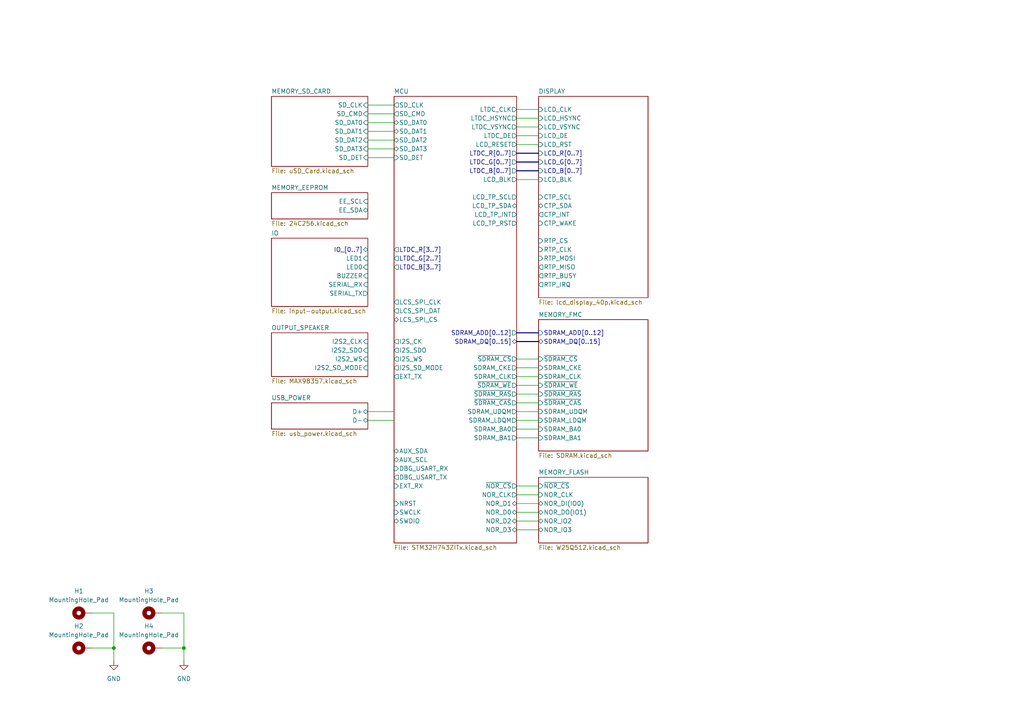
<source format=kicad_sch>
(kicad_sch (version 20231120) (generator "eeschema") (generator_version "8.0")
  (paper "A4")
  (lib_symbols
    (symbol "Mechanical:MountingHole_Pad" (pin_numbers hide) (pin_names (offset 1.016) hide) (exclude_from_sim yes) (in_bom no)
      (property "Reference" "H" (at 0 6.35 0))
      (property "Value" "MountingHole_Pad" (at 0 4.445 0))
      (symbol "MountingHole_Pad_0_1"
        (circle (center 0 1.27) (radius 1.27) (stroke (width 1.27)))
      )
      (symbol "MountingHole_Pad_1_1"
        (pin input line (at 0 -2.54 90) (length 2.54) (name "1") (number "1"))
      )
    )
    (symbol "power:GND" (power) (pin_numbers hide) (pin_names (offset 0) hide)
      (property "Value" "GND" (at 0 -3.81 0))
      (symbol "GND_0_1"
        (polyline (pts (xy 0 0) (xy 0 -1.27) (xy 1.27 -1.27) (xy 0 -2.54) (xy -1.27 -1.27) (xy 0 -1.27)))
      )
      (symbol "GND_1_1"
        (pin power_in line (at 0 0 270) (length 0) (name "~") (number "1"))
      )
    )
  )
  (junction (at 33.02 187.96))
  (junction (at 53.34 187.96))
  (wire (pts (xy 149.86 114.3) (xy 156.21 114.3)))
  (wire (pts (xy 26.67 177.8) (xy 33.02 177.8)))
  (wire (pts (xy 149.86 153.67) (xy 156.21 153.67)))
  (wire (pts (xy 53.34 177.8) (xy 53.34 187.96)))
  (wire (pts (xy 149.86 104.14) (xy 156.21 104.14)))
  (wire (pts (xy 149.86 140.97) (xy 156.21 140.97)))
  (wire (pts (xy 149.86 143.51) (xy 156.21 143.51)))
  (bus (pts (xy 149.86 44.45) (xy 156.21 44.45)))
  (wire (pts (xy 149.86 34.29) (xy 156.21 34.29)))
  (bus (pts (xy 149.86 46.99) (xy 156.21 46.99)))
  (wire (pts (xy 106.68 33.02) (xy 114.3 33.02)))
  (wire (pts (xy 149.86 116.84) (xy 156.21 116.84)))
  (wire (pts (xy 149.86 52.07) (xy 156.21 52.07)))
  (wire (pts (xy 33.02 187.96) (xy 33.02 191.77)))
  (wire (pts (xy 149.86 41.91) (xy 156.21 41.91)))
  (wire (pts (xy 106.68 30.48) (xy 114.3 30.48)))
  (wire (pts (xy 106.68 35.56) (xy 114.3 35.56)))
  (wire (pts (xy 149.86 106.68) (xy 156.21 106.68)))
  (wire (pts (xy 106.68 38.1) (xy 114.3 38.1)))
  (bus (pts (xy 149.86 96.52) (xy 156.21 96.52)))
  (wire (pts (xy 149.86 148.59) (xy 156.21 148.59)))
  (wire (pts (xy 149.86 146.05) (xy 156.21 146.05)))
  (wire (pts (xy 106.68 119.38) (xy 114.3 119.38)))
  (bus (pts (xy 149.86 49.53) (xy 156.21 49.53)))
  (wire (pts (xy 149.86 111.76) (xy 156.21 111.76)))
  (wire (pts (xy 53.34 187.96) (xy 53.34 191.77)))
  (wire (pts (xy 106.68 43.18) (xy 114.3 43.18)))
  (wire (pts (xy 149.86 119.38) (xy 156.21 119.38)))
  (wire (pts (xy 46.99 187.96) (xy 53.34 187.96)))
  (bus (pts (xy 149.86 99.06) (xy 156.21 99.06)))
  (wire (pts (xy 26.67 187.96) (xy 33.02 187.96)))
  (wire (pts (xy 46.99 177.8) (xy 53.34 177.8)))
  (wire (pts (xy 106.68 45.72) (xy 114.3 45.72)))
  (wire (pts (xy 149.86 109.22) (xy 156.21 109.22)))
  (wire (pts (xy 149.86 31.75) (xy 156.21 31.75)))
  (wire (pts (xy 149.86 124.46) (xy 156.21 124.46)))
  (wire (pts (xy 149.86 121.92) (xy 156.21 121.92)))
  (wire (pts (xy 106.68 121.92) (xy 114.3 121.92)))
  (wire (pts (xy 149.86 36.83) (xy 156.21 36.83)))
  (wire (pts (xy 106.68 40.64) (xy 114.3 40.64)))
  (wire (pts (xy 33.02 177.8) (xy 33.02 187.96)))
  (wire (pts (xy 149.86 151.13) (xy 156.21 151.13)))
  (wire (pts (xy 149.86 39.37) (xy 156.21 39.37)))
  (wire (pts (xy 149.86 127) (xy 156.21 127)))
  (symbol (lib_id "Mechanical:MountingHole_Pad") (at 24.13 177.8 90) (unit 1) (exclude_from_sim yes) (in_bom no)
    (property "Reference" "H1" (at 22.86 171.45 90))
    (property "Value" "MountingHole_Pad" (at 22.86 173.99 90))
    (property "Footprint" "MountingHole:MountingHole_3.2mm_M3_Pad_Via" (effects (hide yes)))
    (property "Description" "Mounting Hole with connection" (effects (hide yes)))
  )
  (symbol (lib_id "power:GND") (at 33.02 191.77 0) (unit 1)
    (property "Reference" "#PWR03" (effects (hide yes)))
    (property "Value" "GND" (at 33.02 196.85 0))
    (property "Description" "Power symbol creates a global label with name \"GND\" , ground" (effects (hide yes)))
  )
  (symbol (lib_id "Mechanical:MountingHole_Pad") (at 44.45 187.96 90) (unit 1) (exclude_from_sim yes) (in_bom no)
    (property "Reference" "H4" (at 43.18 181.61 90))
    (property "Value" "MountingHole_Pad" (at 43.18 184.15 90))
    (property "Footprint" "MountingHole:MountingHole_3.2mm_M3_Pad_Via" (effects (hide yes)))
    (property "Description" "Mounting Hole with connection" (effects (hide yes)))
  )
  (symbol (lib_id "power:GND") (at 53.34 191.77 0) (unit 1)
    (property "Reference" "#PWR04" (effects (hide yes)))
    (property "Value" "GND" (at 53.34 196.85 0))
    (property "Description" "Power symbol creates a global label with name \"GND\" , ground" (effects (hide yes)))
  )
  (symbol (lib_id "Mechanical:MountingHole_Pad") (at 24.13 187.96 90) (unit 1) (exclude_from_sim yes) (in_bom no)
    (property "Reference" "H2" (at 22.86 181.61 90))
    (property "Value" "MountingHole_Pad" (at 22.86 184.15 90))
    (property "Footprint" "MountingHole:MountingHole_3.2mm_M3_Pad_Via" (effects (hide yes)))
    (property "Description" "Mounting Hole with connection" (effects (hide yes)))
  )
  (symbol (lib_id "Mechanical:MountingHole_Pad") (at 44.45 177.8 90) (unit 1) (exclude_from_sim yes) (in_bom no)
    (property "Reference" "H3" (at 43.18 171.45 90))
    (property "Value" "MountingHole_Pad" (at 43.18 173.99 90))
    (property "Footprint" "MountingHole:MountingHole_3.2mm_M3_Pad_Via" (effects (hide yes)))
    (property "Description" "Mounting Hole with connection" (effects (hide yes)))
  )
  (sheet (at 78.74 116.84) (size 27.94 7.62) (stroke (width 0.1524))
    (property "Sheetname" "USB_POWER" (at 78.74 116.1284 0) (effects (justify left bottom)))
    (property "Sheetfile" "usb_power.kicad_sch" (at 78.74 125.0446 0) (effects (justify left top)))
    (pin "D+" bidirectional (at 106.68 119.38 0))
    (pin "D-" bidirectional (at 106.68 121.92 0))
  )
  (sheet (at 156.21 92.71) (size 31.75 38.1) (stroke (width 0.1524))
    (property "Sheetname" "MEMORY_FMC" (at 156.21 91.9984 0) (effects (justify left bottom)))
    (property "Sheetfile" "SDRAM.kicad_sch" (at 156.21 131.3946 0) (effects (justify left top)))
    (pin "SDRAM_UDQM" input (at 156.21 119.38 180))
    (pin "~{SDRAM_RAS}" input (at 156.21 114.3 180))
    (pin "~{SDRAM_CAS}" input (at 156.21 116.84 180))
    (pin "~{SDRAM_WE}" input (at 156.21 111.76 180))
    (pin "SDRAM_LDQM" input (at 156.21 121.92 180))
    (pin "~{SDRAM_CS}" input (at 156.21 104.14 180))
    (pin "SDRAM_CKE" input (at 156.21 106.68 180))
    (pin "SDRAM_CLK" input (at 156.21 109.22 180))
    (pin "SDRAM_ADD[0..12]" input (at 156.21 96.52 180))
    (pin "SDRAM_DQ[0..15]" bidirectional (at 156.21 99.06 180))
    (pin "SDRAM_BA0" input (at 156.21 124.46 180))
    (pin "SDRAM_BA1" input (at 156.21 127 180))
  )
  (sheet (at 78.74 55.88) (size 27.94 7.62) (stroke (width 0.1524))
    (property "Sheetname" "MEMORY_EEPROM" (at 78.74 55.1684 0) (effects (justify left bottom)))
    (property "Sheetfile" "24C256.kicad_sch" (at 78.74 64.0846 0) (effects (justify left top)))
    (pin "EE_SCL" input (at 106.68 58.42 0))
    (pin "EE_SDA" bidirectional (at 106.68 60.96 0))
  )
  (sheet (at 78.74 96.52) (size 27.94 12.7) (stroke (width 0.1524))
    (property "Sheetname" "OUTPUT_SPEAKER" (at 78.74 95.8084 0) (effects (justify left bottom)))
    (property "Sheetfile" "MAX98357.kicad_sch" (at 78.74 109.8046 0) (effects (justify left top)))
    (pin "I2S2_CLK" input (at 106.68 99.06 0))
    (pin "I2S2_SDO" input (at 106.68 101.6 0))
    (pin "I2S2_WS" input (at 106.68 104.14 0))
    (pin "I2S2_SD_MODE" input (at 106.68 106.68 0))
  )
  (sheet (at 156.21 138.43) (size 31.75 19.05) (stroke (width 0.1524))
    (property "Sheetname" "MEMORY_FLASH" (at 156.21 137.7184 0) (effects (justify left bottom)))
    (property "Sheetfile" "W25Q512.kicad_sch" (at 156.21 158.0646 0) (effects (justify left top)))
    (pin "NOR_IO2" bidirectional (at 156.21 151.13 180))
    (pin "NOR_IO3" bidirectional (at 156.21 153.67 180))
    (pin "NOR_DI(IO0)" bidirectional (at 156.21 146.05 180))
    (pin "~{NOR_CS}" input (at 156.21 140.97 180))
    (pin "NOR_DO(IO1)" bidirectional (at 156.21 148.59 180))
    (pin "NOR_CLK" input (at 156.21 143.51 180))
  )
  (sheet (at 156.21 27.94) (size 31.75 58.42) (stroke (width 0.1524))
    (property "Sheetname" "DISPLAY" (at 156.21 27.2284 0) (effects (justify left bottom)))
    (property "Sheetfile" "lcd_display_40p.kicad_sch" (at 156.21 86.9446 0) (effects (justify left top)))
    (pin "CTP_SCL" input (at 156.21 57.15 180))
    (pin "CTP_WAKE" input (at 156.21 64.77 180))
    (pin "CTP_SDA" bidirectional (at 156.21 59.69 180))
    (pin "CTP_INT" output (at 156.21 62.23 180))
    (pin "LCD_HSYNC" input (at 156.21 34.29 180))
    (pin "LCD_VSYNC" input (at 156.21 36.83 180))
    (pin "LCD_CLK" input (at 156.21 31.75 180))
    (pin "LCD_RST" input (at 156.21 41.91 180))
    (pin "LCD_R[0..7]" input (at 156.21 44.45 180))
    (pin "LCD_G[0..7]" input (at 156.21 46.99 180))
    (pin "LCD_B[0..7]" input (at 156.21 49.53 180))
    (pin "LCD_DE" input (at 156.21 39.37 180))
    (pin "RTP_CS" input (at 156.21 69.85 180))
    (pin "RTP_CLK" input (at 156.21 72.39 180))
    (pin "RTP_IRQ" output (at 156.21 82.55 180))
    (pin "RTP_MISO" output (at 156.21 77.47 180))
    (pin "RTP_MOSI" input (at 156.21 74.93 180))
    (pin "RTP_BUSY" output (at 156.21 80.01 180))
    (pin "LCD_BLK" input (at 156.21 52.07 180))
  )
  (sheet (at 78.74 27.94) (size 27.94 20.32) (stroke (width 0.1524))
    (property "Sheetname" "MEMORY_SD_CARD" (at 78.74 27.2284 0) (effects (justify left bottom)))
    (property "Sheetfile" "uSD_Card.kicad_sch" (at 78.74 48.8446 0) (effects (justify left top)))
    (pin "SD_DAT2" input (at 106.68 40.64 0))
    (pin "SD_DAT3" input (at 106.68 43.18 0))
    (pin "SD_CMD" input (at 106.68 33.02 0))
    (pin "SD_CLK" input (at 106.68 30.48 0))
    (pin "SD_DAT0" input (at 106.68 35.56 0))
    (pin "SD_DAT1" input (at 106.68 38.1 0))
    (pin "SD_DET" input (at 106.68 45.72 0))
  )
  (sheet (at 114.3 27.94) (size 35.56 129.54) (stroke (width 0.1524))
    (property "Sheetname" "MCU" (at 114.3 27.2284 0) (effects (justify left bottom)))
    (property "Sheetfile" "STM32H743ZITx.kicad_sch" (at 114.3 158.0646 0) (effects (justify left top)))
    (pin "EXT_RX" input (at 114.3 140.97 180))
    (pin "LTDC_CLK" output (at 149.86 31.75 0))
    (pin "SDRAM_CLK" output (at 149.86 109.22 0))
    (pin "SDRAM_BA1" output (at 149.86 127 0))
    (pin "SDRAM_BA0" output (at 149.86 124.46 0))
    (pin "NRST" input (at 114.3 146.05 180))
    (pin "SWCLK" input (at 114.3 148.59 180))
    (pin "NOR_CLK" output (at 149.86 143.51 0))
    (pin "SWDIO" bidirectional (at 114.3 151.13 180))
    (pin "LCD_TP_SCL" output (at 149.86 57.15 0))
    (pin "LTDC_VSYNC" output (at 149.86 36.83 0))
    (pin "LCD_BLK" output (at 149.86 52.07 0))
    (pin "SDRAM_DQ[0..15]" bidirectional (at 149.86 99.06 0))
    (pin "LTDC_G[2..7]" output (at 114.3 74.93 180))
    (pin "LTDC_B[3..7]" output (at 114.3 77.47 180))
    (pin "~{SDRAM_CS}" output (at 149.86 104.14 0))
    (pin "SDRAM_ADD[0..12]" output (at 149.86 96.52 0))
    (pin "LTDC_R[3..7]" output (at 114.3 72.39 180))
    (pin "~{SDRAM_RAS}" output (at 149.86 114.3 0))
    (pin "SDRAM_LDQM" output (at 149.86 121.92 0))
    (pin "SDRAM_CKE" output (at 149.86 106.68 0))
    (pin "~{SDRAM_CAS}" output (at 149.86 116.84 0))
    (pin "~{SDRAM_WE}" output (at 149.86 111.76 0))
    (pin "SDRAM_UDQM" output (at 149.86 119.38 0))
    (pin "SD_CMD" output (at 114.3 33.02 180))
    (pin "DBG_USART_TX" output (at 114.3 138.43 180))
    (pin "DBG_USART_RX" input (at 114.3 135.89 180))
    (pin "AUX_SCL" bidirectional (at 114.3 133.35 180))
    (pin "AUX_SDA" bidirectional (at 114.3 130.81 180))
    (pin "I2S_CK" output (at 114.3 99.06 180))
    (pin "I2S_WS" output (at 114.3 104.14 180))
    (pin "SD_DAT1" bidirectional (at 114.3 38.1 180))
    (pin "SD_DAT0" bidirectional (at 114.3 35.56 180))
    (pin "SD_DAT2" bidirectional (at 114.3 40.64 180))
    (pin "SD_DET" input (at 114.3 45.72 180))
    (pin "~{NOR_CS}" output (at 149.86 140.97 0))
    (pin "LCD_TP_RST" output (at 149.86 64.77 0))
    (pin "SD_DAT3" bidirectional (at 114.3 43.18 180))
    (pin "EXT_TX" output (at 114.3 109.22 180))
    (pin "NOR_D1" bidirectional (at 149.86 146.05 0))
    (pin "NOR_D0" bidirectional (at 149.86 148.59 0))
    (pin "NOR_D3" bidirectional (at 149.86 153.67 0))
    (pin "NOR_D2" bidirectional (at 149.86 151.13 0))
    (pin "LTDC_DE" output (at 149.86 39.37 0))
    (pin "LCD_RESET" output (at 149.86 41.91 0))
    (pin "LCS_SPI_CS" bidirectional (at 114.3 92.71 180))
    (pin "LCS_SPI_DAT" output (at 114.3 90.17 180))
    (pin "LCS_SPI_CLK" output (at 114.3 87.63 180))
    (pin "SD_CLK" output (at 114.3 30.48 180))
    (pin "LCD_TP_SDA" bidirectional (at 149.86 59.69 0))
    (pin "LTDC_HSYNC" output (at 149.86 34.29 0))
    (pin "I2S_SDO" output (at 114.3 101.6 180))
    (pin "I2S_SD_MODE" output (at 114.3 106.68 180))
    (pin "LCD_TP_INT" output (at 149.86 62.23 0))
    (pin "LTDC_B[0..7]" output (at 149.86 49.53 0))
    (pin "LTDC_G[0..7]" output (at 149.86 46.99 0))
    (pin "LTDC_R[0..7]" output (at 149.86 44.45 0))
  )
  (sheet (at 78.74 69.088) (size 27.94 19.812) (stroke (width 0.1524))
    (property "Sheetname" "IO" (at 78.74 68.3764 0) (effects (justify left bottom)))
    (property "Sheetfile" "input-output.kicad_sch" (at 78.74 89.4846 0) (effects (justify left top)))
    (pin "IO_[0..7]" bidirectional (at 106.68 72.39 0))
    (pin "LED1" input (at 106.68 74.93 0))
    (pin "LED0" input (at 106.68 77.47 0))
    (pin "BUZZER" input (at 106.68 80.01 0))
    (pin "SERIAL_RX" input (at 106.68 82.55 0))
    (pin "SERIAL_TX" output (at 106.68 85.09 0))
  )
)
</source>
